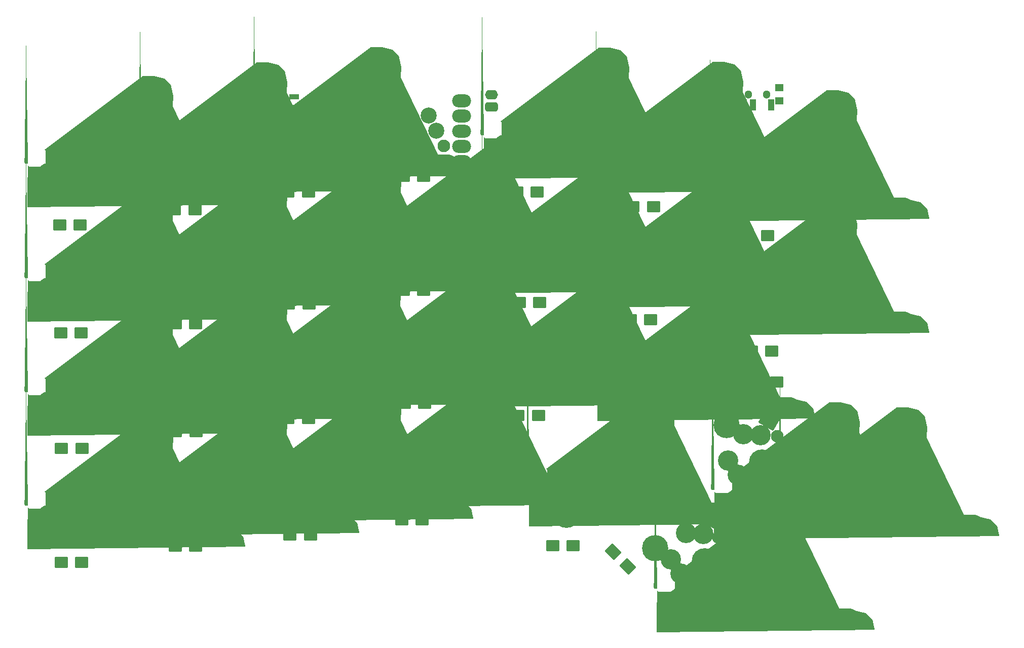
<source format=gbr>
%TF.GenerationSoftware,KiCad,Pcbnew,7.0.1*%
%TF.CreationDate,2023-04-29T17:31:46+07:00*%
%TF.ProjectId,ErgoTravel,4572676f-5472-4617-9665-6c2e6b696361,rev?*%
%TF.SameCoordinates,Original*%
%TF.FileFunction,Soldermask,Top*%
%TF.FilePolarity,Negative*%
%FSLAX46Y46*%
G04 Gerber Fmt 4.6, Leading zero omitted, Abs format (unit mm)*
G04 Created by KiCad (PCBNEW 7.0.1) date 2023-04-29 17:31:46*
%MOMM*%
%LPD*%
G01*
G04 APERTURE LIST*
G04 Aperture macros list*
%AMRoundRect*
0 Rectangle with rounded corners*
0 $1 Rounding radius*
0 $2 $3 $4 $5 $6 $7 $8 $9 X,Y pos of 4 corners*
0 Add a 4 corners polygon primitive as box body*
4,1,4,$2,$3,$4,$5,$6,$7,$8,$9,$2,$3,0*
0 Add four circle primitives for the rounded corners*
1,1,$1+$1,$2,$3*
1,1,$1+$1,$4,$5*
1,1,$1+$1,$6,$7*
1,1,$1+$1,$8,$9*
0 Add four rect primitives between the rounded corners*
20,1,$1+$1,$2,$3,$4,$5,0*
20,1,$1+$1,$4,$5,$6,$7,0*
20,1,$1+$1,$6,$7,$8,$9,0*
20,1,$1+$1,$8,$9,$2,$3,0*%
%AMFreePoly0*
4,1,64,2.776539,1.434775,2.811894,1.420130,2.876776,1.376776,2.920130,1.311894,2.934775,1.276539,2.950000,1.200000,2.950000,-0.800000,2.945170,-0.824275,2.945145,-0.849024,2.935742,-0.871657,2.934768,-0.876556,2.932797,-0.881313,2.931887,-0.880936,2.924776,-0.898056,2.925703,-0.898440,2.920131,-0.911892,2.917216,-0.916253,2.915207,-0.921091,2.907106,-0.933188,2.906273,-0.932630,
2.895971,-0.948047,2.896789,-0.948595,2.893924,-0.952874,2.890387,-0.956403,2.876769,-0.976784,2.856192,-0.990530,2.838675,-1.008013,2.238675,-1.408013,2.189616,-1.428271,2.190000,-1.429198,2.176551,-1.434770,2.171397,-1.435795,2.166533,-1.437804,2.152247,-1.440629,2.152052,-1.439644,2.100000,-1.450000,0.300000,-1.450000,0.223461,-1.434775,0.188106,-1.420130,0.123224,-1.376776,
0.079870,-1.311894,0.065225,-1.276539,0.050000,-1.200000,0.050000,-0.950000,-0.350000,-0.950000,-0.426537,-0.934776,-0.491421,-0.891421,-0.534776,-0.826537,-0.550000,-0.750000,-0.550000,0.750000,-0.534776,0.826537,-0.491421,0.891421,-0.426537,0.934776,-0.350000,0.950000,0.050000,0.950000,0.050000,1.200000,0.065225,1.276539,0.079870,1.311894,0.123224,1.376776,0.188106,1.420130,
0.223461,1.434775,0.300000,1.450000,2.700000,1.450000,2.776539,1.434775,2.776539,1.434775,$1*%
%AMFreePoly1*
4,1,41,-0.323461,1.434775,-0.288106,1.420130,-0.223224,1.376776,-0.179870,1.311894,-0.165225,1.276539,-0.150000,1.200000,-0.150000,0.950000,0.350000,0.950000,0.426537,0.934776,0.491421,0.891421,0.534776,0.826537,0.550000,0.750000,0.550000,-0.750000,0.534776,-0.826537,0.491421,-0.891421,0.426537,-0.934776,0.350000,-0.950000,-0.150000,-0.950000,-0.150000,-1.200000,-0.165225,-1.276539,
-0.179870,-1.311894,-0.223224,-1.376776,-0.288106,-1.420130,-0.323461,-1.434775,-0.400000,-1.450000,-2.800000,-1.450000,-2.876539,-1.434775,-2.911894,-1.420130,-2.976776,-1.376776,-3.020130,-1.311894,-3.034775,-1.276539,-3.050000,-1.200000,-3.050000,1.200000,-3.034775,1.276539,-3.020130,1.311894,-2.976776,1.376776,-2.911894,1.420130,-2.876539,1.434775,-2.800000,1.450000,-0.400000,1.450000,
-0.323461,1.434775,-0.323461,1.434775,$1*%
G04 Aperture macros list end*
%ADD10C,0.100000*%
%ADD11C,2.101800*%
%ADD12C,4.387800*%
%ADD13C,2.686000*%
%ADD14C,2.600000*%
%ADD15C,3.448000*%
%ADD16C,2.100000*%
%ADD17C,3.400000*%
%ADD18C,4.400000*%
%ADD19FreePoly0,0.000000*%
%ADD20FreePoly1,0.000000*%
%ADD21RoundRect,0.200000X0.900000X0.750000X-0.900000X0.750000X-0.900000X-0.750000X0.900000X-0.750000X0*%
%ADD22FreePoly0,60.000000*%
%ADD23FreePoly1,60.000000*%
%ADD24RoundRect,0.450000X-0.625000X0.350000X-0.625000X-0.350000X0.625000X-0.350000X0.625000X0.350000X0*%
%ADD25O,2.150000X1.600000*%
%ADD26RoundRect,0.200000X-0.900000X-0.750000X0.900000X-0.750000X0.900000X0.750000X-0.900000X0.750000X0*%
%ADD27O,3.150000X2.200000*%
%ADD28C,1.797000*%
%ADD29RoundRect,0.200000X-1.166726X0.106066X0.106066X-1.166726X1.166726X-0.106066X-0.106066X1.166726X0*%
%ADD30FreePoly0,350.000000*%
%ADD31FreePoly1,350.000000*%
%ADD32RoundRect,0.200000X0.500000X0.400000X-0.500000X0.400000X-0.500000X-0.400000X0.500000X-0.400000X0*%
%ADD33C,1.300000*%
%ADD34RoundRect,0.200000X0.350000X0.750000X-0.350000X0.750000X-0.350000X-0.750000X0.350000X-0.750000X0*%
%ADD35RoundRect,0.450000X0.625000X-0.350000X0.625000X0.350000X-0.625000X0.350000X-0.625000X-0.350000X0*%
%ADD36FreePoly0,240.000000*%
%ADD37FreePoly1,240.000000*%
G04 APERTURE END LIST*
%TO.C,D24*%
D10*
X127456000Y-50680000D02*
X125956000Y-50680000D01*
X125956000Y-49930000D01*
X127456000Y-49930000D01*
X127456000Y-50680000D01*
G36*
X127456000Y-50680000D02*
G01*
X125956000Y-50680000D01*
X125956000Y-49930000D01*
X127456000Y-49930000D01*
X127456000Y-50680000D01*
G37*
X127456000Y-48930000D02*
X125956000Y-48930000D01*
X125956000Y-48180000D01*
X127456000Y-48180000D01*
X127456000Y-48930000D01*
G36*
X127456000Y-48930000D02*
G01*
X125956000Y-48930000D01*
X125956000Y-48180000D01*
X127456000Y-48180000D01*
X127456000Y-48930000D01*
G37*
X122456000Y-48930000D02*
X120956000Y-48930000D01*
X120956000Y-48180000D01*
X122456000Y-48180000D01*
X122456000Y-48930000D01*
G36*
X122456000Y-48930000D02*
G01*
X120956000Y-48930000D01*
X120956000Y-48180000D01*
X122456000Y-48180000D01*
X122456000Y-48930000D01*
G37*
X122456000Y-50680000D02*
X121356000Y-50680000D01*
X120956000Y-50280000D01*
X120956000Y-49930000D01*
X122456000Y-49930000D01*
X122456000Y-50680000D01*
G36*
X122456000Y-50680000D02*
G01*
X121356000Y-50680000D01*
X120956000Y-50280000D01*
X120956000Y-49930000D01*
X122456000Y-49930000D01*
X122456000Y-50680000D01*
G37*
%TD*%
D11*
%TO.C,K13*%
X136580172Y-56799252D03*
D12*
X141660172Y-56799252D03*
D11*
X146740172Y-56799252D03*
D13*
X137850172Y-54259252D03*
X139120172Y-51719252D03*
X144200172Y-51719252D03*
X145470172Y-54259252D03*
%TD*%
D14*
%TO.C,J5*%
X93960000Y-110350000D03*
%TD*%
%TO.C,J6*%
X93960000Y-72150000D03*
%TD*%
%TO.C,J7*%
X189250000Y-72150000D03*
%TD*%
%TO.C,J8*%
X184785000Y-109220000D03*
%TD*%
%TO.C,J9*%
X128500000Y-68750000D03*
%TD*%
%TO.C,J10*%
X128500000Y-106850000D03*
%TD*%
%TO.C,J11*%
X154910000Y-68750000D03*
%TD*%
%TO.C,J12*%
X154910000Y-106850000D03*
%TD*%
D15*
%TO.C,H1*%
X207184885Y-111065635D03*
D12*
X193986658Y-103445635D03*
D15*
X195284885Y-131677039D03*
D12*
X182086658Y-124057039D03*
%TD*%
D16*
%TO.C,SW23*%
X155553524Y-97285092D03*
D17*
X156823524Y-94745091D03*
X158093524Y-92205092D03*
D18*
X160633524Y-97285092D03*
D17*
X163173524Y-92205092D03*
X164443524Y-94745092D03*
D16*
X165713524Y-97285092D03*
D19*
X153433524Y-92185092D03*
D20*
X169133524Y-94785092D03*
%TD*%
D16*
%TO.C,SW6*%
X79344884Y-83055510D03*
D17*
X80614884Y-80515509D03*
X81884884Y-77975510D03*
D18*
X84424884Y-83055510D03*
D17*
X86964884Y-77975510D03*
X88234884Y-80515510D03*
D16*
X89504884Y-83055510D03*
D19*
X77224884Y-77955510D03*
D20*
X92924884Y-80555510D03*
%TD*%
D21*
%TO.C,D21*%
X181327001Y-85852000D03*
X177927001Y-85852000D03*
%TD*%
%TO.C,D15*%
X143100001Y-119253000D03*
X139700001Y-119253000D03*
%TD*%
D16*
%TO.C,SW32*%
X197428008Y-114074808D03*
D17*
X195863303Y-111704955D03*
X194298599Y-109335104D03*
D18*
X199968008Y-109675399D03*
D17*
X196838599Y-104935694D03*
X199673303Y-105105842D03*
D16*
X202508008Y-105275990D03*
D22*
X191951278Y-113360782D03*
D23*
X202052944Y-101064183D03*
%TD*%
D16*
%TO.C,SW26*%
X174665222Y-80673990D03*
D17*
X175935222Y-78133989D03*
X177205222Y-75593990D03*
D18*
X179745222Y-80673990D03*
D17*
X182285222Y-75593990D03*
X183555222Y-78133990D03*
D16*
X184825222Y-80673990D03*
D19*
X172545222Y-75573990D03*
D20*
X188245222Y-78173990D03*
%TD*%
D16*
%TO.C,SW12*%
X98397044Y-118778310D03*
D17*
X99667044Y-116238309D03*
X100937044Y-113698310D03*
D18*
X103477044Y-118778310D03*
D17*
X106017044Y-113698310D03*
X107287044Y-116238310D03*
D16*
X108557044Y-118778310D03*
D19*
X96277044Y-113678310D03*
D20*
X111977044Y-116278310D03*
%TD*%
D16*
%TO.C,SW31*%
X193657844Y-85377492D03*
D17*
X194927844Y-82837491D03*
X196197844Y-80297492D03*
D18*
X198737844Y-85377492D03*
D17*
X201277844Y-80297492D03*
X202547844Y-82837492D03*
D16*
X203817844Y-85377492D03*
D19*
X191537844Y-80277492D03*
D20*
X207237844Y-82877492D03*
%TD*%
D16*
%TO.C,SW15*%
X117389666Y-97285092D03*
D17*
X118659666Y-94745091D03*
X119929666Y-92205092D03*
D18*
X122469666Y-97285092D03*
D17*
X125009666Y-92205092D03*
X126279666Y-94745092D03*
D16*
X127549666Y-97285092D03*
D19*
X115269666Y-92185092D03*
D20*
X130969666Y-94785092D03*
%TD*%
D21*
%TO.C,D27*%
X200885001Y-71755000D03*
X197485001Y-71755000D03*
%TD*%
%TO.C,D2*%
X86155000Y-88011000D03*
X82755000Y-88011000D03*
%TD*%
D16*
%TO.C,SW20*%
X136501364Y-114015270D03*
D17*
X137771364Y-111475269D03*
X139041364Y-108935270D03*
D18*
X141581364Y-114015270D03*
D17*
X144121364Y-108935270D03*
X145391364Y-111475270D03*
D16*
X146661364Y-114015270D03*
D19*
X134381364Y-108915270D03*
D20*
X150081364Y-111515270D03*
%TD*%
D21*
%TO.C,D9*%
X124128000Y-102362000D03*
X120728000Y-102362000D03*
%TD*%
D24*
%TO.C,BATTCONN2*%
X189140000Y-48403000D03*
D25*
X189140000Y-50403000D03*
%TD*%
D16*
%TO.C,SW27*%
X174605684Y-99666612D03*
D17*
X175875684Y-97126611D03*
X177145684Y-94586612D03*
D18*
X179685684Y-99666612D03*
D17*
X182225684Y-94586612D03*
X183495684Y-97126612D03*
D16*
X184765684Y-99666612D03*
D19*
X172485684Y-94566612D03*
D20*
X188185684Y-97166612D03*
%TD*%
D21*
%TO.C,D14*%
X143559000Y-99822000D03*
X140159000Y-99822000D03*
%TD*%
D26*
%TO.C,D25*%
X198960000Y-96266000D03*
X202360000Y-96266000D03*
%TD*%
D27*
%TO.C,U2*%
X133565172Y-49276000D03*
X133565172Y-51816000D03*
X133565172Y-54356000D03*
X133565172Y-56896000D03*
X133565172Y-59436000D03*
X133565172Y-61976000D03*
X133565172Y-64516000D03*
X149755172Y-64516000D03*
X149755172Y-61976000D03*
X149755172Y-59436000D03*
X149755172Y-56896000D03*
X149755172Y-54356000D03*
X149755172Y-51816000D03*
X149755172Y-49276000D03*
D28*
X145470172Y-66104000D03*
X147375172Y-66104000D03*
%TD*%
D21*
%TO.C,D7*%
X105282999Y-123698000D03*
X101882999Y-123698000D03*
%TD*%
D16*
%TO.C,SW9*%
X98456582Y-61621830D03*
D17*
X99726582Y-59081829D03*
X100996582Y-56541830D03*
D18*
X103536582Y-61621830D03*
D17*
X106076582Y-56541830D03*
X107346582Y-59081830D03*
D16*
X108616582Y-61621830D03*
D19*
X96336582Y-56521830D03*
D20*
X112036582Y-59121830D03*
%TD*%
D16*
%TO.C,SW7*%
X79344884Y-102107670D03*
D17*
X80614884Y-99567669D03*
X81884884Y-97027670D03*
D18*
X84424884Y-102107670D03*
D17*
X86964884Y-97027670D03*
X88234884Y-99567670D03*
D16*
X89504884Y-102107670D03*
D19*
X77224884Y-97007670D03*
D20*
X92924884Y-99607670D03*
%TD*%
D16*
%TO.C,SW25*%
X174605684Y-61562292D03*
D17*
X175875684Y-59022291D03*
X177145684Y-56482292D03*
D18*
X179685684Y-61562292D03*
D17*
X182225684Y-56482292D03*
X183495684Y-59022292D03*
D16*
X184765684Y-61562292D03*
D19*
X172485684Y-56462292D03*
D20*
X188185684Y-59062292D03*
%TD*%
D16*
%TO.C,SW11*%
X98456582Y-99666612D03*
D17*
X99726582Y-97126611D03*
X100996582Y-94586612D03*
D18*
X103536582Y-99666612D03*
D17*
X106076582Y-94586612D03*
X107346582Y-97126612D03*
D16*
X108616582Y-99666612D03*
D19*
X96336582Y-94566612D03*
D20*
X112036582Y-97166612D03*
%TD*%
D21*
%TO.C,D19*%
X162355000Y-64516000D03*
X158955000Y-64516000D03*
%TD*%
%TO.C,D18*%
X162785001Y-82931000D03*
X159385001Y-82931000D03*
%TD*%
D16*
%TO.C,SW14*%
X117449204Y-78292470D03*
D17*
X118719204Y-75752469D03*
X119989204Y-73212470D03*
D18*
X122529204Y-78292470D03*
D17*
X125069204Y-73212470D03*
X126339204Y-75752470D03*
D16*
X127609204Y-78292470D03*
D19*
X115329204Y-73192470D03*
D20*
X131029204Y-75792470D03*
%TD*%
D16*
%TO.C,SW21*%
X155553524Y-59180772D03*
D17*
X156823524Y-56640771D03*
X158093524Y-54100772D03*
D18*
X160633524Y-59180772D03*
D17*
X163173524Y-54100772D03*
X164443524Y-56640772D03*
D16*
X165713524Y-59180772D03*
D19*
X153433524Y-54080772D03*
D20*
X169133524Y-56680772D03*
%TD*%
D29*
%TO.C,D23*%
X175073918Y-124654918D03*
X177478082Y-127059082D03*
%TD*%
D16*
%TO.C,SW24*%
X162239419Y-117538949D03*
D17*
X163931191Y-115258070D03*
X165622963Y-112977192D03*
D18*
X167242242Y-118421082D03*
D17*
X170625786Y-113859325D03*
X171435426Y-116581270D03*
D16*
X172245065Y-119303215D03*
D30*
X161037232Y-112148296D03*
D31*
X176047228Y-117435072D03*
%TD*%
D21*
%TO.C,D22*%
X181405000Y-104394000D03*
X178005000Y-104394000D03*
%TD*%
D32*
%TO.C,BATTSW1*%
X202822000Y-49261000D03*
X202822000Y-47051000D03*
D33*
X200672000Y-48151000D03*
X197672000Y-48151000D03*
D32*
X195522000Y-49261000D03*
X195522000Y-47051000D03*
D34*
X201422000Y-49911000D03*
X198422000Y-49911000D03*
X196922000Y-49911000D03*
%TD*%
D21*
%TO.C,D3*%
X105282999Y-86487000D03*
X101882999Y-86487000D03*
%TD*%
%TO.C,D8*%
X124459999Y-121793000D03*
X121059999Y-121793000D03*
%TD*%
D16*
%TO.C,SW19*%
X136560902Y-94963110D03*
D17*
X137830902Y-92423109D03*
X139100902Y-89883110D03*
D18*
X141640902Y-94963110D03*
D17*
X144180902Y-89883110D03*
X145450902Y-92423110D03*
D16*
X146720902Y-94963110D03*
D19*
X134440902Y-89863110D03*
D20*
X150140902Y-92463110D03*
%TD*%
D21*
%TO.C,D29*%
X85978999Y-69977000D03*
X82578999Y-69977000D03*
%TD*%
%TO.C,D17*%
X162559999Y-101854000D03*
X159159999Y-101854000D03*
%TD*%
D16*
%TO.C,SW28*%
X187862524Y-130619969D03*
D17*
X186297819Y-128250116D03*
X184733115Y-125880265D03*
D18*
X190402524Y-126220560D03*
D17*
X187273115Y-121480855D03*
X190107819Y-121651003D03*
D16*
X192942524Y-121821151D03*
D22*
X182385794Y-129905943D03*
D23*
X192487460Y-117609344D03*
%TD*%
D21*
%TO.C,D10*%
X124205999Y-83185000D03*
X120805999Y-83185000D03*
%TD*%
%TO.C,D26*%
X201520001Y-91059000D03*
X198120001Y-91059000D03*
%TD*%
D26*
%TO.C,D12*%
X139983000Y-61849000D03*
X143383000Y-61849000D03*
%TD*%
D21*
%TO.C,D13*%
X143354001Y-80899000D03*
X139954001Y-80899000D03*
%TD*%
%TO.C,D4*%
X86282000Y-107315000D03*
X82882000Y-107315000D03*
%TD*%
D35*
%TO.C,BATTCONN1*%
X154686000Y-50260000D03*
D25*
X154686000Y-48260000D03*
%TD*%
D16*
%TO.C,SW8*%
X79344884Y-121100292D03*
D17*
X80614884Y-118560291D03*
X81884884Y-116020292D03*
D18*
X84424884Y-121100292D03*
D17*
X86964884Y-116020292D03*
X88234884Y-118560292D03*
D16*
X89504884Y-121100292D03*
D19*
X77224884Y-116000292D03*
D20*
X92924884Y-118600292D03*
%TD*%
D16*
%TO.C,SW13*%
X117449204Y-59121234D03*
D17*
X118719204Y-56581233D03*
X119989204Y-54041234D03*
D18*
X122529204Y-59121234D03*
D17*
X125069204Y-54041234D03*
X126339204Y-56581234D03*
D16*
X127609204Y-59121234D03*
D19*
X115329204Y-54021234D03*
D20*
X131029204Y-56621234D03*
%TD*%
D16*
%TO.C,SW30*%
X193697978Y-66292754D03*
D17*
X194967978Y-63752753D03*
X196237978Y-61212754D03*
D18*
X198777978Y-66292754D03*
D17*
X201317978Y-61212754D03*
X202587978Y-63752754D03*
D16*
X203857978Y-66292754D03*
D19*
X191577978Y-61192754D03*
D20*
X207277978Y-63792754D03*
%TD*%
D16*
%TO.C,SW5*%
X79364288Y-63943812D03*
D17*
X80634288Y-61403811D03*
X81904288Y-58863812D03*
D18*
X84444288Y-63943812D03*
D17*
X86984288Y-58863812D03*
X88254288Y-61403812D03*
D16*
X89524288Y-63943812D03*
D19*
X77244288Y-58843812D03*
D20*
X92944288Y-61443812D03*
%TD*%
D16*
%TO.C,SW16*%
X117489472Y-116396790D03*
D17*
X118759472Y-113856789D03*
X120029472Y-111316790D03*
D18*
X122569472Y-116396790D03*
D17*
X125109472Y-111316790D03*
X126379472Y-113856790D03*
D16*
X127649472Y-116396790D03*
D19*
X115369472Y-111296790D03*
D20*
X131069472Y-113896790D03*
%TD*%
D16*
%TO.C,SW10*%
X98456582Y-80733528D03*
D17*
X99726582Y-78193527D03*
X100996582Y-75653528D03*
D18*
X103536582Y-80733528D03*
D17*
X106076582Y-75653528D03*
X107346582Y-78193528D03*
D16*
X108616582Y-80733528D03*
D19*
X96336582Y-75633528D03*
D20*
X112036582Y-78233528D03*
%TD*%
D16*
%TO.C,SW1*%
X136541632Y-75851412D03*
D17*
X137811632Y-73311411D03*
X139081632Y-70771412D03*
D18*
X141621632Y-75851412D03*
D17*
X144161632Y-70771412D03*
X145431632Y-73311412D03*
D16*
X146701632Y-75851412D03*
D19*
X134421632Y-70751412D03*
D20*
X150121632Y-73351412D03*
%TD*%
D16*
%TO.C,SW29*%
X197725698Y-113479428D03*
D17*
X199290403Y-115849281D03*
X200855107Y-118219132D03*
D18*
X195185698Y-117878837D03*
D17*
X198315107Y-122618542D03*
X195480403Y-122448394D03*
D16*
X192645698Y-122278246D03*
D36*
X203202428Y-114193454D03*
D37*
X193100762Y-126490053D03*
%TD*%
D16*
%TO.C,SW22*%
X155553524Y-78292470D03*
D17*
X156823524Y-75752469D03*
X158093524Y-73212470D03*
D18*
X160633524Y-78292470D03*
D17*
X163173524Y-73212470D03*
X164443524Y-75752470D03*
D16*
X165713524Y-78292470D03*
D19*
X153433524Y-73192470D03*
D20*
X169133524Y-75792470D03*
%TD*%
D21*
%TO.C,D6*%
X86204001Y-126365000D03*
X82804001Y-126365000D03*
%TD*%
%TO.C,D20*%
X181786000Y-66929000D03*
X178386000Y-66929000D03*
%TD*%
%TO.C,D11*%
X124128000Y-64516000D03*
X120728000Y-64516000D03*
%TD*%
%TO.C,D16*%
X168373001Y-123571000D03*
X164973001Y-123571000D03*
%TD*%
%TO.C,D5*%
X105332000Y-104521000D03*
X101932000Y-104521000D03*
%TD*%
%TO.C,D1*%
X105155999Y-67437000D03*
X101755999Y-67437000D03*
%TD*%
D33*
%TO.C,BATTSW2*%
X197669000Y-48217000D03*
X200669000Y-48217000D03*
%TD*%
M02*

</source>
